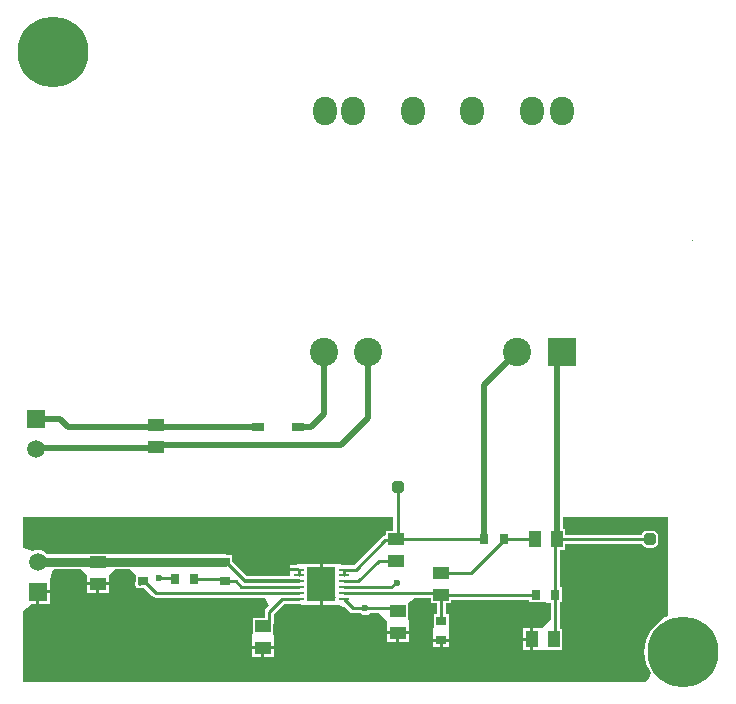
<source format=gtl>
G04*
G04 #@! TF.GenerationSoftware,Altium Limited,Altium Designer,20.2.6 (244)*
G04*
G04 Layer_Physical_Order=1*
G04 Layer_Color=255*
%FSLAX25Y25*%
%MOIN*%
G70*
G04*
G04 #@! TF.SameCoordinates,DFA1C72D-2ED7-4C31-8EA1-ECB50900EFAB*
G04*
G04*
G04 #@! TF.FilePolarity,Positive*
G04*
G01*
G75*
%ADD13C,0.01000*%
%ADD16R,0.03937X0.05315*%
%ADD17R,0.02756X0.03347*%
%ADD18R,0.05315X0.03937*%
%ADD19R,0.03937X0.02756*%
G04:AMPARAMS|DCode=20|XSize=39.37mil|YSize=39.37mil|CornerRadius=9.84mil|HoleSize=0mil|Usage=FLASHONLY|Rotation=90.000|XOffset=0mil|YOffset=0mil|HoleType=Round|Shape=RoundedRectangle|*
%AMROUNDEDRECTD20*
21,1,0.03937,0.01968,0,0,90.0*
21,1,0.01968,0.03937,0,0,90.0*
1,1,0.01968,0.00984,0.00984*
1,1,0.01968,0.00984,-0.00984*
1,1,0.01968,-0.00984,-0.00984*
1,1,0.01968,-0.00984,0.00984*
%
%ADD20ROUNDEDRECTD20*%
%ADD21R,0.03543X0.00984*%
%ADD22R,0.03347X0.02756*%
%ADD38R,0.09803X0.11811*%
%ADD39C,0.02000*%
%ADD40C,0.03000*%
%ADD41C,0.01200*%
%ADD42R,0.05906X0.05906*%
%ADD43C,0.05906*%
%ADD44C,0.23622*%
%ADD45O,0.07874X0.09449*%
%ADD46C,0.09449*%
%ADD47R,0.09449X0.09449*%
%ADD48C,0.01968*%
%ADD49C,0.02362*%
G36*
X225000Y31795D02*
X224166Y31450D01*
X222447Y30396D01*
X220913Y29087D01*
X219604Y27553D01*
X218550Y25834D01*
X217778Y23971D01*
X217308Y22010D01*
X217149Y20000D01*
X217308Y17990D01*
X217778Y16029D01*
X218550Y14166D01*
X219265Y13000D01*
X218660Y11203D01*
X217748Y10000D01*
X10000Y10000D01*
Y33481D01*
X13000Y36047D01*
X14500D01*
Y40000D01*
X15000D01*
Y40500D01*
X18953D01*
Y43953D01*
X18953Y43953D01*
X19684Y46650D01*
X20477Y47451D01*
X29074D01*
X31343Y45685D01*
X31343Y44332D01*
Y43216D01*
X35000D01*
X38658D01*
Y44332D01*
X38658Y45685D01*
X40926Y47451D01*
X45277D01*
X47539Y45669D01*
Y43570D01*
X47539Y43399D01*
X47414Y43211D01*
X47297Y42626D01*
X47539Y41339D01*
X48827Y41097D01*
X49412Y41213D01*
X49600Y41339D01*
X49771Y41339D01*
X50298D01*
X53177Y38460D01*
X53673Y38128D01*
X54258Y38012D01*
X90733D01*
X91881Y35240D01*
X91076Y34435D01*
X90745Y33939D01*
X90628Y33354D01*
Y31398D01*
X86555D01*
Y27239D01*
X86343Y24327D01*
X86343Y22974D01*
Y21858D01*
X90000D01*
X93657D01*
Y22974D01*
X93657Y24327D01*
X93445Y27239D01*
Y29337D01*
X93571Y29525D01*
X93687Y30110D01*
Y32720D01*
X97010Y36043D01*
X101935D01*
X103494Y35588D01*
Y35588D01*
X108896D01*
Y42494D01*
Y49399D01*
X103494D01*
Y49399D01*
X101907Y49132D01*
X100689Y48928D01*
X99164Y48907D01*
X99164Y48671D01*
X99164Y48671D01*
Y47915D01*
X101935D01*
Y46915D01*
X99164D01*
Y45109D01*
X84798D01*
X79840Y50067D01*
X79765Y50444D01*
Y52165D01*
X78564D01*
X78280Y52355D01*
X77305Y52549D01*
X38445D01*
Y52756D01*
X31555D01*
Y52549D01*
X18026D01*
X17819Y52819D01*
X16993Y53453D01*
X16032Y53851D01*
X15000Y53987D01*
X13968Y53851D01*
X13007Y53453D01*
X13000Y53448D01*
X10343Y54455D01*
X10000Y54760D01*
Y65000D01*
X133471Y65000D01*
Y60250D01*
X130951D01*
Y58795D01*
X130824D01*
X130239Y58678D01*
X129743Y58347D01*
X120341Y48945D01*
X116857D01*
X115297Y49399D01*
Y49399D01*
X109896D01*
Y42494D01*
Y35588D01*
X115297D01*
X117823Y34443D01*
X118916Y33350D01*
X119413Y33018D01*
X119998Y32902D01*
X122547D01*
X122576Y32859D01*
X122576Y32859D01*
X123297Y32377D01*
X123297Y32377D01*
X124148Y32208D01*
X124999Y32377D01*
X124999Y32377D01*
X125721Y32859D01*
X125721Y32859D01*
X125750Y32902D01*
X128787D01*
X131385Y29902D01*
X131342Y29327D01*
X131342Y27974D01*
Y26858D01*
X135000D01*
X138657D01*
Y27974D01*
X138657Y29327D01*
X138445Y32239D01*
Y36398D01*
X140776Y38012D01*
X145951D01*
Y36096D01*
X147867D01*
Y32535D01*
X146935D01*
Y29164D01*
X146723Y26252D01*
X146723Y25293D01*
Y24374D01*
X149396D01*
X152069D01*
Y25293D01*
X152069Y26252D01*
X151857Y29164D01*
Y32535D01*
X150925D01*
Y36096D01*
X152841D01*
Y37323D01*
X178775D01*
Y36608D01*
X183105D01*
X183105Y36608D01*
X185907Y36128D01*
Y30515D01*
X182907Y27832D01*
X182530Y27860D01*
X181178Y27860D01*
X180062D01*
Y24202D01*
Y20545D01*
X181178D01*
X182530Y20545D01*
X185442Y20757D01*
X189601D01*
Y27647D01*
X188965D01*
Y36608D01*
X189601D01*
Y41529D01*
X188965D01*
Y54049D01*
X190794D01*
Y56007D01*
X216229D01*
X216258Y55861D01*
X216650Y55275D01*
X217236Y54883D01*
X217927Y54746D01*
X219896D01*
X220587Y54883D01*
X221173Y55275D01*
X221565Y55861D01*
X221702Y56552D01*
Y58521D01*
X221565Y59212D01*
X221173Y59798D01*
X220587Y60189D01*
X219896Y60327D01*
X217927D01*
X217236Y60189D01*
X216650Y59798D01*
X216258Y59212D01*
X216229Y59066D01*
X190794D01*
Y60939D01*
X190077D01*
Y65000D01*
X225000D01*
X225000Y31795D01*
D02*
G37*
G36*
X233307Y157073D02*
X233166D01*
X233025D01*
Y157214D01*
X232884D01*
X232743D01*
Y157355D01*
X232884D01*
X233025D01*
X233166D01*
Y157214D01*
X233307D01*
X233448D01*
Y157073D01*
X233307D01*
D02*
G37*
%LPC*%
G36*
X38658Y42217D02*
X35500D01*
Y39748D01*
X38658D01*
Y42217D01*
D02*
G37*
G36*
X34500D02*
X31343D01*
Y39748D01*
X34500D01*
Y42217D01*
D02*
G37*
G36*
X18953Y39500D02*
X15500D01*
Y36047D01*
X18953D01*
Y39500D01*
D02*
G37*
G36*
X179062Y27860D02*
X176593D01*
Y24702D01*
X179062D01*
Y27860D01*
D02*
G37*
G36*
X138657Y25858D02*
X135500D01*
Y23390D01*
X138657D01*
Y25858D01*
D02*
G37*
G36*
X134500D02*
X131342D01*
Y23390D01*
X134500D01*
Y25858D01*
D02*
G37*
G36*
X152069Y23374D02*
X149896D01*
Y21496D01*
X152069D01*
Y23374D01*
D02*
G37*
G36*
X148896D02*
X146723D01*
Y21496D01*
X148896D01*
Y23374D01*
D02*
G37*
G36*
X179062Y23702D02*
X176593D01*
Y20545D01*
X179062D01*
Y23702D01*
D02*
G37*
G36*
X93657Y20858D02*
X90500D01*
Y18390D01*
X93657D01*
Y20858D01*
D02*
G37*
G36*
X89500D02*
X86343D01*
Y18390D01*
X89500D01*
Y20858D01*
D02*
G37*
%LPD*%
D13*
X188038Y57494D02*
X188080Y57536D01*
X218912D01*
X188038Y118077D02*
X189842Y119882D01*
X187436Y39068D02*
Y56892D01*
X188038Y57494D01*
X187436Y24792D02*
Y39068D01*
X186846Y24202D02*
X187436Y24792D01*
X149396Y38852D02*
X180724D01*
X180940Y39068D01*
X170295Y57494D02*
X180754D01*
X50295Y43504D02*
X54258Y39541D01*
X48827Y42626D02*
X49705Y43504D01*
X54258Y39541D02*
X101935D01*
X49705Y43504D02*
X50000D01*
X96376Y37573D02*
X101935D01*
X92158Y30110D02*
Y33354D01*
X90689Y28642D02*
X92158Y30110D01*
X90000Y28642D02*
X90689D01*
X92158Y33354D02*
X96376Y37573D01*
X50000Y43504D02*
X50295D01*
X174843Y119843D02*
Y119882D01*
X101935Y45447D02*
Y47415D01*
X54337Y95704D02*
X55472Y94569D01*
X134396Y57494D02*
X135000Y58098D01*
Y75000D01*
X134396Y57494D02*
X163799D01*
X116857Y47415D02*
X120974D01*
X130824Y57265D01*
X134167D02*
X134396Y57494D01*
X130824Y57265D02*
X134167D01*
X116857Y45447D02*
Y47415D01*
X128546Y50210D02*
X134396D01*
X116857Y43478D02*
X121813D01*
X128546Y50210D01*
X124148Y34431D02*
X134210D01*
X119998D02*
X124148D01*
X134210D02*
X135000Y33642D01*
X116857Y37573D02*
X119998Y34431D01*
X116857Y41510D02*
X132713D01*
X134201Y42997D01*
X134569D01*
X148707Y39541D02*
X149396Y38852D01*
X116857Y39541D02*
X148707D01*
X149396Y30370D02*
Y38852D01*
Y46136D02*
X159232D01*
X170295Y57199D01*
Y57494D01*
X60364Y44552D02*
X60526Y44390D01*
X55403Y44552D02*
X60364D01*
X77305Y43504D02*
X80849D01*
X82844Y41510D02*
X101935D01*
X80849Y43504D02*
X82844Y41510D01*
X67022Y44390D02*
X76123D01*
X76701Y43813D01*
X106915Y40013D02*
X107427Y40525D01*
X111364D02*
X113585Y38305D01*
D16*
X188038Y57494D02*
D03*
X180754D02*
D03*
X179562Y24202D02*
D03*
X186846D02*
D03*
D17*
X180940Y39068D02*
D03*
X187436D02*
D03*
X163799Y57494D02*
D03*
X170295D02*
D03*
X60526Y44390D02*
D03*
X67022D02*
D03*
D18*
X54337Y88421D02*
D03*
Y95704D02*
D03*
X149396Y38852D02*
D03*
Y46136D02*
D03*
X134396Y57494D02*
D03*
Y50210D02*
D03*
X135000Y26358D02*
D03*
Y33642D02*
D03*
X90000Y21358D02*
D03*
Y28642D02*
D03*
X35000Y42717D02*
D03*
Y50000D02*
D03*
D19*
X101594Y95000D02*
D03*
X88406D02*
D03*
D20*
X135000Y75000D02*
D03*
X218912Y57536D02*
D03*
D21*
X101935Y47415D02*
D03*
Y45447D02*
D03*
Y43478D02*
D03*
Y41510D02*
D03*
Y39541D02*
D03*
Y37573D02*
D03*
X116857Y47415D02*
D03*
Y45447D02*
D03*
Y43478D02*
D03*
Y41510D02*
D03*
Y39541D02*
D03*
Y37573D02*
D03*
D22*
X50000Y50000D02*
D03*
Y43504D02*
D03*
X149396Y23874D02*
D03*
Y30370D02*
D03*
X77305Y43504D02*
D03*
Y50000D02*
D03*
D38*
X109396Y42494D02*
D03*
D39*
X188038Y57494D02*
Y118077D01*
X189842Y119882D02*
X190000Y119724D01*
X14396Y87494D02*
X14978Y88076D01*
X14396Y97494D02*
X22506D01*
X25000Y95000D01*
X14978Y88076D02*
X53992D01*
X25000Y95000D02*
X53632D01*
X54337Y95704D01*
X53992Y88076D02*
X54337Y88421D01*
X125157Y97940D02*
Y119882D01*
X116069Y88852D02*
X125157Y97940D01*
X110236Y99121D02*
Y119882D01*
X106115Y95000D02*
X110236Y99121D01*
X101594Y95000D02*
X106115D01*
X163799Y108799D02*
X174843Y119843D01*
X163799Y57494D02*
Y108799D01*
X54396Y88852D02*
X116069D01*
X55532Y95000D02*
X88406D01*
D40*
X50000Y50000D02*
X77305D01*
X35000D02*
X50000D01*
X15000D02*
X35000D01*
D41*
X77305D02*
X77600D01*
X84122Y43478D01*
X101935D01*
D42*
X14396Y97494D02*
D03*
X15000Y40000D02*
D03*
D43*
X14396Y87494D02*
D03*
X15000Y50000D02*
D03*
D44*
X230000Y20000D02*
D03*
X20000Y220000D02*
D03*
D45*
X140157Y200118D02*
D03*
X159843D02*
D03*
X179842D02*
D03*
X189842D02*
D03*
X120158D02*
D03*
X110630D02*
D03*
D46*
X174843Y119882D02*
D03*
X125157D02*
D03*
X110236D02*
D03*
D47*
X189842D02*
D03*
D48*
X107427Y40525D02*
D03*
Y44462D02*
D03*
X111364D02*
D03*
Y40525D02*
D03*
D49*
X124148Y34431D02*
D03*
X134569Y42997D02*
D03*
X55403Y44552D02*
D03*
M02*

</source>
